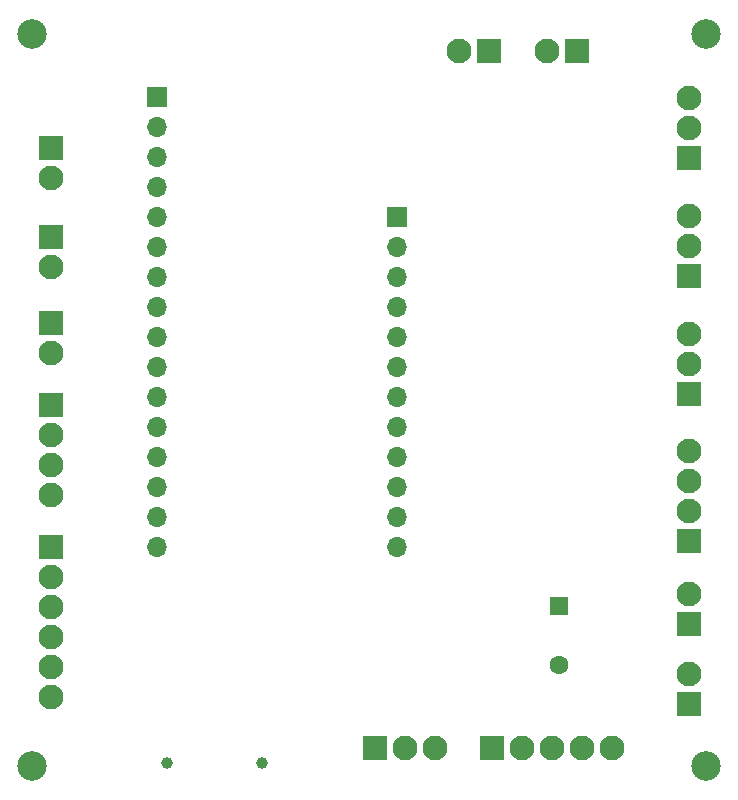
<source format=gbs>
G04 #@! TF.GenerationSoftware,KiCad,Pcbnew,8.0.6*
G04 #@! TF.CreationDate,2025-02-26T16:40:18-08:00*
G04 #@! TF.ProjectId,Cymatics,43796d61-7469-4637-932e-6b696361645f,rev?*
G04 #@! TF.SameCoordinates,Original*
G04 #@! TF.FileFunction,Soldermask,Bot*
G04 #@! TF.FilePolarity,Negative*
%FSLAX46Y46*%
G04 Gerber Fmt 4.6, Leading zero omitted, Abs format (unit mm)*
G04 Created by KiCad (PCBNEW 8.0.6) date 2025-02-26 16:40:18*
%MOMM*%
%LPD*%
G01*
G04 APERTURE LIST*
%ADD10R,2.100000X2.100000*%
%ADD11C,2.100000*%
%ADD12C,1.000000*%
%ADD13C,2.500000*%
%ADD14R,1.700000X1.700000*%
%ADD15O,1.700000X1.700000*%
%ADD16R,1.600000X1.600000*%
%ADD17C,1.600000*%
G04 APERTURE END LIST*
D10*
X140250000Y-58550000D03*
D11*
X137710000Y-58550000D03*
D10*
X95710000Y-81550000D03*
D11*
X95710000Y-84090000D03*
D12*
X105550000Y-118837500D03*
X113550000Y-118837500D03*
D10*
X95710000Y-100550000D03*
D11*
X95710000Y-103090000D03*
X95710000Y-105630000D03*
X95710000Y-108170000D03*
X95710000Y-110710000D03*
X95710000Y-113250000D03*
D13*
X151120850Y-119108694D03*
D14*
X125036000Y-72650000D03*
D15*
X125036000Y-75190000D03*
X125036000Y-77730000D03*
X125036000Y-80270000D03*
X125036000Y-82810000D03*
X125036000Y-85350000D03*
X125036000Y-87890000D03*
X125036000Y-90430000D03*
X125036000Y-92970000D03*
X125036000Y-95510000D03*
X125036000Y-98050000D03*
X125036000Y-100590000D03*
D10*
X95710000Y-88510000D03*
D11*
X95710000Y-91050000D03*
X95710000Y-93590000D03*
X95710000Y-96130000D03*
D13*
X94120850Y-57108694D03*
D10*
X149710000Y-107090000D03*
D11*
X149710000Y-104550000D03*
D16*
X138710000Y-105550000D03*
D17*
X138710000Y-110550000D03*
D10*
X149710000Y-113820000D03*
D11*
X149710000Y-111280000D03*
D10*
X95710000Y-74280000D03*
D11*
X95710000Y-76820000D03*
D10*
X133050000Y-117550000D03*
D11*
X135590000Y-117550000D03*
X138130000Y-117550000D03*
X140670000Y-117550000D03*
X143210000Y-117550000D03*
D13*
X151120850Y-57108694D03*
D14*
X104710000Y-62490000D03*
D15*
X104710000Y-65030000D03*
X104710000Y-67570000D03*
X104710000Y-70110000D03*
X104710000Y-72650000D03*
X104710000Y-75190000D03*
X104710000Y-77730000D03*
X104710000Y-80270000D03*
X104710000Y-82810000D03*
X104710000Y-85350000D03*
X104710000Y-87890000D03*
X104710000Y-90430000D03*
X104710000Y-92970000D03*
X104710000Y-95510000D03*
X104710000Y-98050000D03*
X104710000Y-100590000D03*
D10*
X149710000Y-87630000D03*
D11*
X149710000Y-85090000D03*
X149710000Y-82550000D03*
D10*
X132790000Y-58550000D03*
D11*
X130250000Y-58550000D03*
D10*
X149710000Y-67590000D03*
D11*
X149710000Y-65050000D03*
X149710000Y-62510000D03*
D13*
X94120850Y-119108694D03*
D10*
X123130000Y-117550000D03*
D11*
X125670000Y-117550000D03*
X128210000Y-117550000D03*
D10*
X149710000Y-100050000D03*
D11*
X149710000Y-97510000D03*
X149710000Y-94970000D03*
X149710000Y-92430000D03*
D10*
X95710000Y-66780000D03*
D11*
X95710000Y-69320000D03*
D10*
X149710000Y-77630000D03*
D11*
X149710000Y-75090000D03*
X149710000Y-72550000D03*
M02*

</source>
